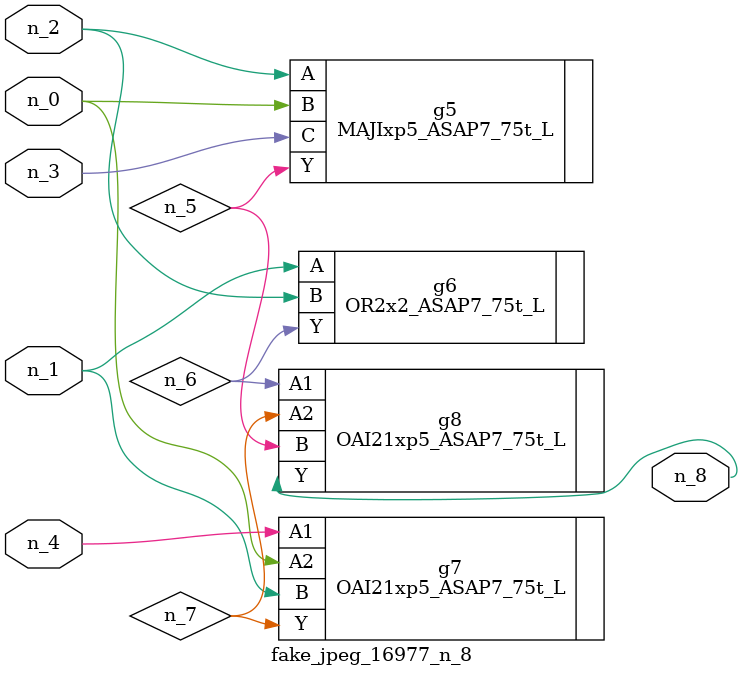
<source format=v>
module fake_jpeg_16977_n_8 (n_3, n_2, n_1, n_0, n_4, n_8);

input n_3;
input n_2;
input n_1;
input n_0;
input n_4;

output n_8;

wire n_6;
wire n_5;
wire n_7;

MAJIxp5_ASAP7_75t_L g5 ( 
.A(n_2),
.B(n_0),
.C(n_3),
.Y(n_5)
);

OR2x2_ASAP7_75t_L g6 ( 
.A(n_1),
.B(n_2),
.Y(n_6)
);

OAI21xp5_ASAP7_75t_L g7 ( 
.A1(n_4),
.A2(n_0),
.B(n_1),
.Y(n_7)
);

OAI21xp5_ASAP7_75t_L g8 ( 
.A1(n_6),
.A2(n_7),
.B(n_5),
.Y(n_8)
);


endmodule
</source>
